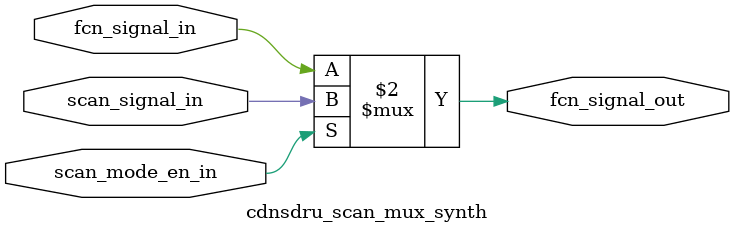
<source format=sv>


module cdnsdru_scan_mux_synth
(
      input  wire   scan_mode_en_in,
      input  wire   scan_signal_in,
      input  wire   fcn_signal_in,
      output logic  fcn_signal_out
);

    // TODO - replace with std cell
    always_comb fcn_signal_out = (scan_mode_en_in) ? scan_signal_in : fcn_signal_in;
endmodule

</source>
